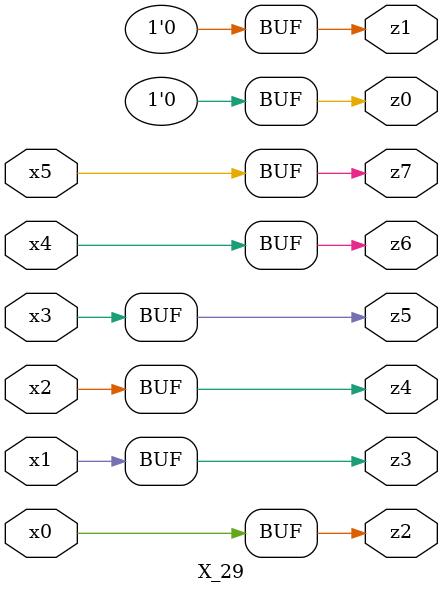
<source format=v>

module X_29 ( 
    x0, x1, x2, x3, x4, x5,
    z0, z1, z2, z3, z4, z5, z6, z7  );
  input  x0, x1, x2, x3, x4, x5;
  output z0, z1, z2, z3, z4, z5, z6, z7;
  assign z0 = 1'b0;
  assign z1 = 1'b0;
  assign z2 = x0;
  assign z3 = x1;
  assign z4 = x2;
  assign z5 = x3;
  assign z6 = x4;
  assign z7 = x5;
endmodule



</source>
